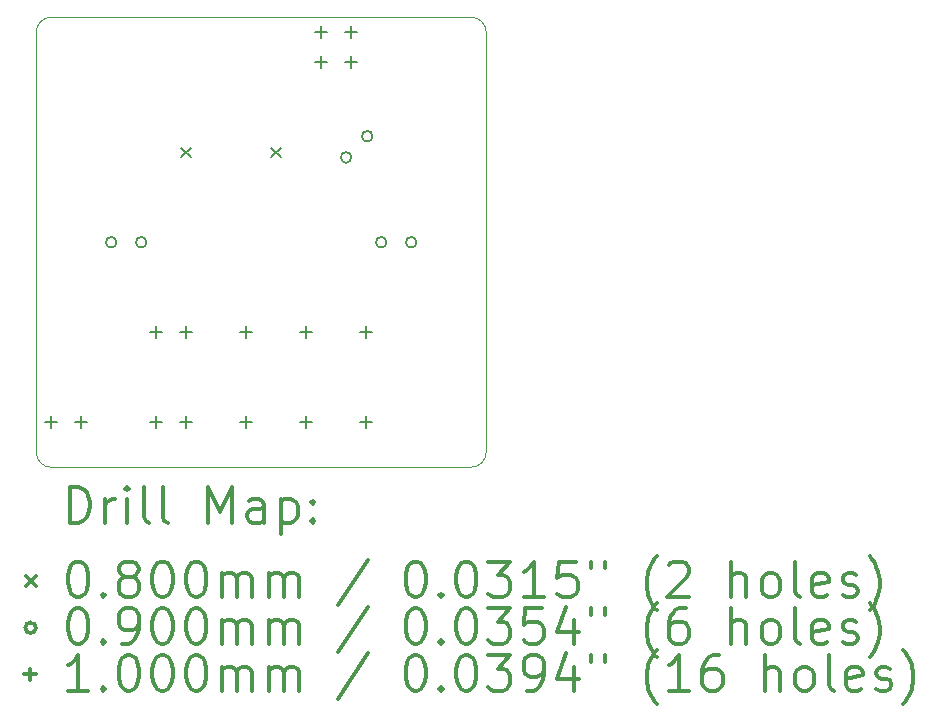
<source format=gbr>
%FSLAX45Y45*%
G04 Gerber Fmt 4.5, Leading zero omitted, Abs format (unit mm)*
G04 Created by KiCad (PCBNEW 5.1.10) date 2021-05-04 21:10:54*
%MOMM*%
%LPD*%
G01*
G04 APERTURE LIST*
%TA.AperFunction,Profile*%
%ADD10C,0.050000*%
%TD*%
%ADD11C,0.200000*%
%ADD12C,0.300000*%
G04 APERTURE END LIST*
D10*
X11557000Y-8890000D02*
G75*
G02*
X11684000Y-8763000I127000J0D01*
G01*
X11684000Y-12573000D02*
G75*
G02*
X11557000Y-12446000I0J127000D01*
G01*
X15367000Y-12446000D02*
G75*
G02*
X15240000Y-12573000I-127000J0D01*
G01*
X15240000Y-8763000D02*
G75*
G02*
X15367000Y-8890000I0J-127000D01*
G01*
X15367000Y-12446000D02*
X15367000Y-12446000D01*
X11557000Y-12446000D02*
X11557000Y-8890000D01*
X15240000Y-12573000D02*
X11684000Y-12573000D01*
X15367000Y-8890000D02*
X15367000Y-12446000D01*
X11684000Y-8763000D02*
X15240000Y-8763000D01*
D11*
X12787000Y-9866000D02*
X12867000Y-9946000D01*
X12867000Y-9866000D02*
X12787000Y-9946000D01*
X13549000Y-9866000D02*
X13629000Y-9946000D01*
X13629000Y-9866000D02*
X13549000Y-9946000D01*
X12237000Y-10668000D02*
G75*
G03*
X12237000Y-10668000I-45000J0D01*
G01*
X12491000Y-10668000D02*
G75*
G03*
X12491000Y-10668000I-45000J0D01*
G01*
X14225000Y-9950000D02*
G75*
G03*
X14225000Y-9950000I-45000J0D01*
G01*
X14404605Y-9770395D02*
G75*
G03*
X14404605Y-9770395I-45000J0D01*
G01*
X14523000Y-10668000D02*
G75*
G03*
X14523000Y-10668000I-45000J0D01*
G01*
X14777000Y-10668000D02*
G75*
G03*
X14777000Y-10668000I-45000J0D01*
G01*
X11684000Y-12142000D02*
X11684000Y-12242000D01*
X11634000Y-12192000D02*
X11734000Y-12192000D01*
X11938000Y-12142000D02*
X11938000Y-12242000D01*
X11888000Y-12192000D02*
X11988000Y-12192000D01*
X12573000Y-11380000D02*
X12573000Y-11480000D01*
X12523000Y-11430000D02*
X12623000Y-11430000D01*
X12573000Y-12142000D02*
X12573000Y-12242000D01*
X12523000Y-12192000D02*
X12623000Y-12192000D01*
X12827000Y-11380000D02*
X12827000Y-11480000D01*
X12777000Y-11430000D02*
X12877000Y-11430000D01*
X12827000Y-12142000D02*
X12827000Y-12242000D01*
X12777000Y-12192000D02*
X12877000Y-12192000D01*
X13335000Y-11380000D02*
X13335000Y-11480000D01*
X13285000Y-11430000D02*
X13385000Y-11430000D01*
X13335000Y-12142000D02*
X13335000Y-12242000D01*
X13285000Y-12192000D02*
X13385000Y-12192000D01*
X13843000Y-11380000D02*
X13843000Y-11480000D01*
X13793000Y-11430000D02*
X13893000Y-11430000D01*
X13843000Y-12142000D02*
X13843000Y-12242000D01*
X13793000Y-12192000D02*
X13893000Y-12192000D01*
X13970000Y-8840000D02*
X13970000Y-8940000D01*
X13920000Y-8890000D02*
X14020000Y-8890000D01*
X13970000Y-9094000D02*
X13970000Y-9194000D01*
X13920000Y-9144000D02*
X14020000Y-9144000D01*
X14224000Y-8840000D02*
X14224000Y-8940000D01*
X14174000Y-8890000D02*
X14274000Y-8890000D01*
X14224000Y-9094000D02*
X14224000Y-9194000D01*
X14174000Y-9144000D02*
X14274000Y-9144000D01*
X14351000Y-11380000D02*
X14351000Y-11480000D01*
X14301000Y-11430000D02*
X14401000Y-11430000D01*
X14351000Y-12142000D02*
X14351000Y-12242000D01*
X14301000Y-12192000D02*
X14401000Y-12192000D01*
D12*
X11840928Y-13041214D02*
X11840928Y-12741214D01*
X11912357Y-12741214D01*
X11955214Y-12755500D01*
X11983786Y-12784071D01*
X11998071Y-12812643D01*
X12012357Y-12869786D01*
X12012357Y-12912643D01*
X11998071Y-12969786D01*
X11983786Y-12998357D01*
X11955214Y-13026929D01*
X11912357Y-13041214D01*
X11840928Y-13041214D01*
X12140928Y-13041214D02*
X12140928Y-12841214D01*
X12140928Y-12898357D02*
X12155214Y-12869786D01*
X12169500Y-12855500D01*
X12198071Y-12841214D01*
X12226643Y-12841214D01*
X12326643Y-13041214D02*
X12326643Y-12841214D01*
X12326643Y-12741214D02*
X12312357Y-12755500D01*
X12326643Y-12769786D01*
X12340928Y-12755500D01*
X12326643Y-12741214D01*
X12326643Y-12769786D01*
X12512357Y-13041214D02*
X12483786Y-13026929D01*
X12469500Y-12998357D01*
X12469500Y-12741214D01*
X12669500Y-13041214D02*
X12640928Y-13026929D01*
X12626643Y-12998357D01*
X12626643Y-12741214D01*
X13012357Y-13041214D02*
X13012357Y-12741214D01*
X13112357Y-12955500D01*
X13212357Y-12741214D01*
X13212357Y-13041214D01*
X13483786Y-13041214D02*
X13483786Y-12884071D01*
X13469500Y-12855500D01*
X13440928Y-12841214D01*
X13383786Y-12841214D01*
X13355214Y-12855500D01*
X13483786Y-13026929D02*
X13455214Y-13041214D01*
X13383786Y-13041214D01*
X13355214Y-13026929D01*
X13340928Y-12998357D01*
X13340928Y-12969786D01*
X13355214Y-12941214D01*
X13383786Y-12926929D01*
X13455214Y-12926929D01*
X13483786Y-12912643D01*
X13626643Y-12841214D02*
X13626643Y-13141214D01*
X13626643Y-12855500D02*
X13655214Y-12841214D01*
X13712357Y-12841214D01*
X13740928Y-12855500D01*
X13755214Y-12869786D01*
X13769500Y-12898357D01*
X13769500Y-12984071D01*
X13755214Y-13012643D01*
X13740928Y-13026929D01*
X13712357Y-13041214D01*
X13655214Y-13041214D01*
X13626643Y-13026929D01*
X13898071Y-13012643D02*
X13912357Y-13026929D01*
X13898071Y-13041214D01*
X13883786Y-13026929D01*
X13898071Y-13012643D01*
X13898071Y-13041214D01*
X13898071Y-12855500D02*
X13912357Y-12869786D01*
X13898071Y-12884071D01*
X13883786Y-12869786D01*
X13898071Y-12855500D01*
X13898071Y-12884071D01*
X11474500Y-13495500D02*
X11554500Y-13575500D01*
X11554500Y-13495500D02*
X11474500Y-13575500D01*
X11898071Y-13371214D02*
X11926643Y-13371214D01*
X11955214Y-13385500D01*
X11969500Y-13399786D01*
X11983786Y-13428357D01*
X11998071Y-13485500D01*
X11998071Y-13556929D01*
X11983786Y-13614071D01*
X11969500Y-13642643D01*
X11955214Y-13656929D01*
X11926643Y-13671214D01*
X11898071Y-13671214D01*
X11869500Y-13656929D01*
X11855214Y-13642643D01*
X11840928Y-13614071D01*
X11826643Y-13556929D01*
X11826643Y-13485500D01*
X11840928Y-13428357D01*
X11855214Y-13399786D01*
X11869500Y-13385500D01*
X11898071Y-13371214D01*
X12126643Y-13642643D02*
X12140928Y-13656929D01*
X12126643Y-13671214D01*
X12112357Y-13656929D01*
X12126643Y-13642643D01*
X12126643Y-13671214D01*
X12312357Y-13499786D02*
X12283786Y-13485500D01*
X12269500Y-13471214D01*
X12255214Y-13442643D01*
X12255214Y-13428357D01*
X12269500Y-13399786D01*
X12283786Y-13385500D01*
X12312357Y-13371214D01*
X12369500Y-13371214D01*
X12398071Y-13385500D01*
X12412357Y-13399786D01*
X12426643Y-13428357D01*
X12426643Y-13442643D01*
X12412357Y-13471214D01*
X12398071Y-13485500D01*
X12369500Y-13499786D01*
X12312357Y-13499786D01*
X12283786Y-13514071D01*
X12269500Y-13528357D01*
X12255214Y-13556929D01*
X12255214Y-13614071D01*
X12269500Y-13642643D01*
X12283786Y-13656929D01*
X12312357Y-13671214D01*
X12369500Y-13671214D01*
X12398071Y-13656929D01*
X12412357Y-13642643D01*
X12426643Y-13614071D01*
X12426643Y-13556929D01*
X12412357Y-13528357D01*
X12398071Y-13514071D01*
X12369500Y-13499786D01*
X12612357Y-13371214D02*
X12640928Y-13371214D01*
X12669500Y-13385500D01*
X12683786Y-13399786D01*
X12698071Y-13428357D01*
X12712357Y-13485500D01*
X12712357Y-13556929D01*
X12698071Y-13614071D01*
X12683786Y-13642643D01*
X12669500Y-13656929D01*
X12640928Y-13671214D01*
X12612357Y-13671214D01*
X12583786Y-13656929D01*
X12569500Y-13642643D01*
X12555214Y-13614071D01*
X12540928Y-13556929D01*
X12540928Y-13485500D01*
X12555214Y-13428357D01*
X12569500Y-13399786D01*
X12583786Y-13385500D01*
X12612357Y-13371214D01*
X12898071Y-13371214D02*
X12926643Y-13371214D01*
X12955214Y-13385500D01*
X12969500Y-13399786D01*
X12983786Y-13428357D01*
X12998071Y-13485500D01*
X12998071Y-13556929D01*
X12983786Y-13614071D01*
X12969500Y-13642643D01*
X12955214Y-13656929D01*
X12926643Y-13671214D01*
X12898071Y-13671214D01*
X12869500Y-13656929D01*
X12855214Y-13642643D01*
X12840928Y-13614071D01*
X12826643Y-13556929D01*
X12826643Y-13485500D01*
X12840928Y-13428357D01*
X12855214Y-13399786D01*
X12869500Y-13385500D01*
X12898071Y-13371214D01*
X13126643Y-13671214D02*
X13126643Y-13471214D01*
X13126643Y-13499786D02*
X13140928Y-13485500D01*
X13169500Y-13471214D01*
X13212357Y-13471214D01*
X13240928Y-13485500D01*
X13255214Y-13514071D01*
X13255214Y-13671214D01*
X13255214Y-13514071D02*
X13269500Y-13485500D01*
X13298071Y-13471214D01*
X13340928Y-13471214D01*
X13369500Y-13485500D01*
X13383786Y-13514071D01*
X13383786Y-13671214D01*
X13526643Y-13671214D02*
X13526643Y-13471214D01*
X13526643Y-13499786D02*
X13540928Y-13485500D01*
X13569500Y-13471214D01*
X13612357Y-13471214D01*
X13640928Y-13485500D01*
X13655214Y-13514071D01*
X13655214Y-13671214D01*
X13655214Y-13514071D02*
X13669500Y-13485500D01*
X13698071Y-13471214D01*
X13740928Y-13471214D01*
X13769500Y-13485500D01*
X13783786Y-13514071D01*
X13783786Y-13671214D01*
X14369500Y-13356929D02*
X14112357Y-13742643D01*
X14755214Y-13371214D02*
X14783786Y-13371214D01*
X14812357Y-13385500D01*
X14826643Y-13399786D01*
X14840928Y-13428357D01*
X14855214Y-13485500D01*
X14855214Y-13556929D01*
X14840928Y-13614071D01*
X14826643Y-13642643D01*
X14812357Y-13656929D01*
X14783786Y-13671214D01*
X14755214Y-13671214D01*
X14726643Y-13656929D01*
X14712357Y-13642643D01*
X14698071Y-13614071D01*
X14683786Y-13556929D01*
X14683786Y-13485500D01*
X14698071Y-13428357D01*
X14712357Y-13399786D01*
X14726643Y-13385500D01*
X14755214Y-13371214D01*
X14983786Y-13642643D02*
X14998071Y-13656929D01*
X14983786Y-13671214D01*
X14969500Y-13656929D01*
X14983786Y-13642643D01*
X14983786Y-13671214D01*
X15183786Y-13371214D02*
X15212357Y-13371214D01*
X15240928Y-13385500D01*
X15255214Y-13399786D01*
X15269500Y-13428357D01*
X15283786Y-13485500D01*
X15283786Y-13556929D01*
X15269500Y-13614071D01*
X15255214Y-13642643D01*
X15240928Y-13656929D01*
X15212357Y-13671214D01*
X15183786Y-13671214D01*
X15155214Y-13656929D01*
X15140928Y-13642643D01*
X15126643Y-13614071D01*
X15112357Y-13556929D01*
X15112357Y-13485500D01*
X15126643Y-13428357D01*
X15140928Y-13399786D01*
X15155214Y-13385500D01*
X15183786Y-13371214D01*
X15383786Y-13371214D02*
X15569500Y-13371214D01*
X15469500Y-13485500D01*
X15512357Y-13485500D01*
X15540928Y-13499786D01*
X15555214Y-13514071D01*
X15569500Y-13542643D01*
X15569500Y-13614071D01*
X15555214Y-13642643D01*
X15540928Y-13656929D01*
X15512357Y-13671214D01*
X15426643Y-13671214D01*
X15398071Y-13656929D01*
X15383786Y-13642643D01*
X15855214Y-13671214D02*
X15683786Y-13671214D01*
X15769500Y-13671214D02*
X15769500Y-13371214D01*
X15740928Y-13414071D01*
X15712357Y-13442643D01*
X15683786Y-13456929D01*
X16126643Y-13371214D02*
X15983786Y-13371214D01*
X15969500Y-13514071D01*
X15983786Y-13499786D01*
X16012357Y-13485500D01*
X16083786Y-13485500D01*
X16112357Y-13499786D01*
X16126643Y-13514071D01*
X16140928Y-13542643D01*
X16140928Y-13614071D01*
X16126643Y-13642643D01*
X16112357Y-13656929D01*
X16083786Y-13671214D01*
X16012357Y-13671214D01*
X15983786Y-13656929D01*
X15969500Y-13642643D01*
X16255214Y-13371214D02*
X16255214Y-13428357D01*
X16369500Y-13371214D02*
X16369500Y-13428357D01*
X16812357Y-13785500D02*
X16798071Y-13771214D01*
X16769500Y-13728357D01*
X16755214Y-13699786D01*
X16740928Y-13656929D01*
X16726643Y-13585500D01*
X16726643Y-13528357D01*
X16740928Y-13456929D01*
X16755214Y-13414071D01*
X16769500Y-13385500D01*
X16798071Y-13342643D01*
X16812357Y-13328357D01*
X16912357Y-13399786D02*
X16926643Y-13385500D01*
X16955214Y-13371214D01*
X17026643Y-13371214D01*
X17055214Y-13385500D01*
X17069500Y-13399786D01*
X17083786Y-13428357D01*
X17083786Y-13456929D01*
X17069500Y-13499786D01*
X16898071Y-13671214D01*
X17083786Y-13671214D01*
X17440928Y-13671214D02*
X17440928Y-13371214D01*
X17569500Y-13671214D02*
X17569500Y-13514071D01*
X17555214Y-13485500D01*
X17526643Y-13471214D01*
X17483786Y-13471214D01*
X17455214Y-13485500D01*
X17440928Y-13499786D01*
X17755214Y-13671214D02*
X17726643Y-13656929D01*
X17712357Y-13642643D01*
X17698071Y-13614071D01*
X17698071Y-13528357D01*
X17712357Y-13499786D01*
X17726643Y-13485500D01*
X17755214Y-13471214D01*
X17798071Y-13471214D01*
X17826643Y-13485500D01*
X17840928Y-13499786D01*
X17855214Y-13528357D01*
X17855214Y-13614071D01*
X17840928Y-13642643D01*
X17826643Y-13656929D01*
X17798071Y-13671214D01*
X17755214Y-13671214D01*
X18026643Y-13671214D02*
X17998071Y-13656929D01*
X17983786Y-13628357D01*
X17983786Y-13371214D01*
X18255214Y-13656929D02*
X18226643Y-13671214D01*
X18169500Y-13671214D01*
X18140928Y-13656929D01*
X18126643Y-13628357D01*
X18126643Y-13514071D01*
X18140928Y-13485500D01*
X18169500Y-13471214D01*
X18226643Y-13471214D01*
X18255214Y-13485500D01*
X18269500Y-13514071D01*
X18269500Y-13542643D01*
X18126643Y-13571214D01*
X18383786Y-13656929D02*
X18412357Y-13671214D01*
X18469500Y-13671214D01*
X18498071Y-13656929D01*
X18512357Y-13628357D01*
X18512357Y-13614071D01*
X18498071Y-13585500D01*
X18469500Y-13571214D01*
X18426643Y-13571214D01*
X18398071Y-13556929D01*
X18383786Y-13528357D01*
X18383786Y-13514071D01*
X18398071Y-13485500D01*
X18426643Y-13471214D01*
X18469500Y-13471214D01*
X18498071Y-13485500D01*
X18612357Y-13785500D02*
X18626643Y-13771214D01*
X18655214Y-13728357D01*
X18669500Y-13699786D01*
X18683786Y-13656929D01*
X18698071Y-13585500D01*
X18698071Y-13528357D01*
X18683786Y-13456929D01*
X18669500Y-13414071D01*
X18655214Y-13385500D01*
X18626643Y-13342643D01*
X18612357Y-13328357D01*
X11554500Y-13931500D02*
G75*
G03*
X11554500Y-13931500I-45000J0D01*
G01*
X11898071Y-13767214D02*
X11926643Y-13767214D01*
X11955214Y-13781500D01*
X11969500Y-13795786D01*
X11983786Y-13824357D01*
X11998071Y-13881500D01*
X11998071Y-13952929D01*
X11983786Y-14010071D01*
X11969500Y-14038643D01*
X11955214Y-14052929D01*
X11926643Y-14067214D01*
X11898071Y-14067214D01*
X11869500Y-14052929D01*
X11855214Y-14038643D01*
X11840928Y-14010071D01*
X11826643Y-13952929D01*
X11826643Y-13881500D01*
X11840928Y-13824357D01*
X11855214Y-13795786D01*
X11869500Y-13781500D01*
X11898071Y-13767214D01*
X12126643Y-14038643D02*
X12140928Y-14052929D01*
X12126643Y-14067214D01*
X12112357Y-14052929D01*
X12126643Y-14038643D01*
X12126643Y-14067214D01*
X12283786Y-14067214D02*
X12340928Y-14067214D01*
X12369500Y-14052929D01*
X12383786Y-14038643D01*
X12412357Y-13995786D01*
X12426643Y-13938643D01*
X12426643Y-13824357D01*
X12412357Y-13795786D01*
X12398071Y-13781500D01*
X12369500Y-13767214D01*
X12312357Y-13767214D01*
X12283786Y-13781500D01*
X12269500Y-13795786D01*
X12255214Y-13824357D01*
X12255214Y-13895786D01*
X12269500Y-13924357D01*
X12283786Y-13938643D01*
X12312357Y-13952929D01*
X12369500Y-13952929D01*
X12398071Y-13938643D01*
X12412357Y-13924357D01*
X12426643Y-13895786D01*
X12612357Y-13767214D02*
X12640928Y-13767214D01*
X12669500Y-13781500D01*
X12683786Y-13795786D01*
X12698071Y-13824357D01*
X12712357Y-13881500D01*
X12712357Y-13952929D01*
X12698071Y-14010071D01*
X12683786Y-14038643D01*
X12669500Y-14052929D01*
X12640928Y-14067214D01*
X12612357Y-14067214D01*
X12583786Y-14052929D01*
X12569500Y-14038643D01*
X12555214Y-14010071D01*
X12540928Y-13952929D01*
X12540928Y-13881500D01*
X12555214Y-13824357D01*
X12569500Y-13795786D01*
X12583786Y-13781500D01*
X12612357Y-13767214D01*
X12898071Y-13767214D02*
X12926643Y-13767214D01*
X12955214Y-13781500D01*
X12969500Y-13795786D01*
X12983786Y-13824357D01*
X12998071Y-13881500D01*
X12998071Y-13952929D01*
X12983786Y-14010071D01*
X12969500Y-14038643D01*
X12955214Y-14052929D01*
X12926643Y-14067214D01*
X12898071Y-14067214D01*
X12869500Y-14052929D01*
X12855214Y-14038643D01*
X12840928Y-14010071D01*
X12826643Y-13952929D01*
X12826643Y-13881500D01*
X12840928Y-13824357D01*
X12855214Y-13795786D01*
X12869500Y-13781500D01*
X12898071Y-13767214D01*
X13126643Y-14067214D02*
X13126643Y-13867214D01*
X13126643Y-13895786D02*
X13140928Y-13881500D01*
X13169500Y-13867214D01*
X13212357Y-13867214D01*
X13240928Y-13881500D01*
X13255214Y-13910071D01*
X13255214Y-14067214D01*
X13255214Y-13910071D02*
X13269500Y-13881500D01*
X13298071Y-13867214D01*
X13340928Y-13867214D01*
X13369500Y-13881500D01*
X13383786Y-13910071D01*
X13383786Y-14067214D01*
X13526643Y-14067214D02*
X13526643Y-13867214D01*
X13526643Y-13895786D02*
X13540928Y-13881500D01*
X13569500Y-13867214D01*
X13612357Y-13867214D01*
X13640928Y-13881500D01*
X13655214Y-13910071D01*
X13655214Y-14067214D01*
X13655214Y-13910071D02*
X13669500Y-13881500D01*
X13698071Y-13867214D01*
X13740928Y-13867214D01*
X13769500Y-13881500D01*
X13783786Y-13910071D01*
X13783786Y-14067214D01*
X14369500Y-13752929D02*
X14112357Y-14138643D01*
X14755214Y-13767214D02*
X14783786Y-13767214D01*
X14812357Y-13781500D01*
X14826643Y-13795786D01*
X14840928Y-13824357D01*
X14855214Y-13881500D01*
X14855214Y-13952929D01*
X14840928Y-14010071D01*
X14826643Y-14038643D01*
X14812357Y-14052929D01*
X14783786Y-14067214D01*
X14755214Y-14067214D01*
X14726643Y-14052929D01*
X14712357Y-14038643D01*
X14698071Y-14010071D01*
X14683786Y-13952929D01*
X14683786Y-13881500D01*
X14698071Y-13824357D01*
X14712357Y-13795786D01*
X14726643Y-13781500D01*
X14755214Y-13767214D01*
X14983786Y-14038643D02*
X14998071Y-14052929D01*
X14983786Y-14067214D01*
X14969500Y-14052929D01*
X14983786Y-14038643D01*
X14983786Y-14067214D01*
X15183786Y-13767214D02*
X15212357Y-13767214D01*
X15240928Y-13781500D01*
X15255214Y-13795786D01*
X15269500Y-13824357D01*
X15283786Y-13881500D01*
X15283786Y-13952929D01*
X15269500Y-14010071D01*
X15255214Y-14038643D01*
X15240928Y-14052929D01*
X15212357Y-14067214D01*
X15183786Y-14067214D01*
X15155214Y-14052929D01*
X15140928Y-14038643D01*
X15126643Y-14010071D01*
X15112357Y-13952929D01*
X15112357Y-13881500D01*
X15126643Y-13824357D01*
X15140928Y-13795786D01*
X15155214Y-13781500D01*
X15183786Y-13767214D01*
X15383786Y-13767214D02*
X15569500Y-13767214D01*
X15469500Y-13881500D01*
X15512357Y-13881500D01*
X15540928Y-13895786D01*
X15555214Y-13910071D01*
X15569500Y-13938643D01*
X15569500Y-14010071D01*
X15555214Y-14038643D01*
X15540928Y-14052929D01*
X15512357Y-14067214D01*
X15426643Y-14067214D01*
X15398071Y-14052929D01*
X15383786Y-14038643D01*
X15840928Y-13767214D02*
X15698071Y-13767214D01*
X15683786Y-13910071D01*
X15698071Y-13895786D01*
X15726643Y-13881500D01*
X15798071Y-13881500D01*
X15826643Y-13895786D01*
X15840928Y-13910071D01*
X15855214Y-13938643D01*
X15855214Y-14010071D01*
X15840928Y-14038643D01*
X15826643Y-14052929D01*
X15798071Y-14067214D01*
X15726643Y-14067214D01*
X15698071Y-14052929D01*
X15683786Y-14038643D01*
X16112357Y-13867214D02*
X16112357Y-14067214D01*
X16040928Y-13752929D02*
X15969500Y-13967214D01*
X16155214Y-13967214D01*
X16255214Y-13767214D02*
X16255214Y-13824357D01*
X16369500Y-13767214D02*
X16369500Y-13824357D01*
X16812357Y-14181500D02*
X16798071Y-14167214D01*
X16769500Y-14124357D01*
X16755214Y-14095786D01*
X16740928Y-14052929D01*
X16726643Y-13981500D01*
X16726643Y-13924357D01*
X16740928Y-13852929D01*
X16755214Y-13810071D01*
X16769500Y-13781500D01*
X16798071Y-13738643D01*
X16812357Y-13724357D01*
X17055214Y-13767214D02*
X16998071Y-13767214D01*
X16969500Y-13781500D01*
X16955214Y-13795786D01*
X16926643Y-13838643D01*
X16912357Y-13895786D01*
X16912357Y-14010071D01*
X16926643Y-14038643D01*
X16940928Y-14052929D01*
X16969500Y-14067214D01*
X17026643Y-14067214D01*
X17055214Y-14052929D01*
X17069500Y-14038643D01*
X17083786Y-14010071D01*
X17083786Y-13938643D01*
X17069500Y-13910071D01*
X17055214Y-13895786D01*
X17026643Y-13881500D01*
X16969500Y-13881500D01*
X16940928Y-13895786D01*
X16926643Y-13910071D01*
X16912357Y-13938643D01*
X17440928Y-14067214D02*
X17440928Y-13767214D01*
X17569500Y-14067214D02*
X17569500Y-13910071D01*
X17555214Y-13881500D01*
X17526643Y-13867214D01*
X17483786Y-13867214D01*
X17455214Y-13881500D01*
X17440928Y-13895786D01*
X17755214Y-14067214D02*
X17726643Y-14052929D01*
X17712357Y-14038643D01*
X17698071Y-14010071D01*
X17698071Y-13924357D01*
X17712357Y-13895786D01*
X17726643Y-13881500D01*
X17755214Y-13867214D01*
X17798071Y-13867214D01*
X17826643Y-13881500D01*
X17840928Y-13895786D01*
X17855214Y-13924357D01*
X17855214Y-14010071D01*
X17840928Y-14038643D01*
X17826643Y-14052929D01*
X17798071Y-14067214D01*
X17755214Y-14067214D01*
X18026643Y-14067214D02*
X17998071Y-14052929D01*
X17983786Y-14024357D01*
X17983786Y-13767214D01*
X18255214Y-14052929D02*
X18226643Y-14067214D01*
X18169500Y-14067214D01*
X18140928Y-14052929D01*
X18126643Y-14024357D01*
X18126643Y-13910071D01*
X18140928Y-13881500D01*
X18169500Y-13867214D01*
X18226643Y-13867214D01*
X18255214Y-13881500D01*
X18269500Y-13910071D01*
X18269500Y-13938643D01*
X18126643Y-13967214D01*
X18383786Y-14052929D02*
X18412357Y-14067214D01*
X18469500Y-14067214D01*
X18498071Y-14052929D01*
X18512357Y-14024357D01*
X18512357Y-14010071D01*
X18498071Y-13981500D01*
X18469500Y-13967214D01*
X18426643Y-13967214D01*
X18398071Y-13952929D01*
X18383786Y-13924357D01*
X18383786Y-13910071D01*
X18398071Y-13881500D01*
X18426643Y-13867214D01*
X18469500Y-13867214D01*
X18498071Y-13881500D01*
X18612357Y-14181500D02*
X18626643Y-14167214D01*
X18655214Y-14124357D01*
X18669500Y-14095786D01*
X18683786Y-14052929D01*
X18698071Y-13981500D01*
X18698071Y-13924357D01*
X18683786Y-13852929D01*
X18669500Y-13810071D01*
X18655214Y-13781500D01*
X18626643Y-13738643D01*
X18612357Y-13724357D01*
X11504500Y-14277500D02*
X11504500Y-14377500D01*
X11454500Y-14327500D02*
X11554500Y-14327500D01*
X11998071Y-14463214D02*
X11826643Y-14463214D01*
X11912357Y-14463214D02*
X11912357Y-14163214D01*
X11883786Y-14206071D01*
X11855214Y-14234643D01*
X11826643Y-14248929D01*
X12126643Y-14434643D02*
X12140928Y-14448929D01*
X12126643Y-14463214D01*
X12112357Y-14448929D01*
X12126643Y-14434643D01*
X12126643Y-14463214D01*
X12326643Y-14163214D02*
X12355214Y-14163214D01*
X12383786Y-14177500D01*
X12398071Y-14191786D01*
X12412357Y-14220357D01*
X12426643Y-14277500D01*
X12426643Y-14348929D01*
X12412357Y-14406071D01*
X12398071Y-14434643D01*
X12383786Y-14448929D01*
X12355214Y-14463214D01*
X12326643Y-14463214D01*
X12298071Y-14448929D01*
X12283786Y-14434643D01*
X12269500Y-14406071D01*
X12255214Y-14348929D01*
X12255214Y-14277500D01*
X12269500Y-14220357D01*
X12283786Y-14191786D01*
X12298071Y-14177500D01*
X12326643Y-14163214D01*
X12612357Y-14163214D02*
X12640928Y-14163214D01*
X12669500Y-14177500D01*
X12683786Y-14191786D01*
X12698071Y-14220357D01*
X12712357Y-14277500D01*
X12712357Y-14348929D01*
X12698071Y-14406071D01*
X12683786Y-14434643D01*
X12669500Y-14448929D01*
X12640928Y-14463214D01*
X12612357Y-14463214D01*
X12583786Y-14448929D01*
X12569500Y-14434643D01*
X12555214Y-14406071D01*
X12540928Y-14348929D01*
X12540928Y-14277500D01*
X12555214Y-14220357D01*
X12569500Y-14191786D01*
X12583786Y-14177500D01*
X12612357Y-14163214D01*
X12898071Y-14163214D02*
X12926643Y-14163214D01*
X12955214Y-14177500D01*
X12969500Y-14191786D01*
X12983786Y-14220357D01*
X12998071Y-14277500D01*
X12998071Y-14348929D01*
X12983786Y-14406071D01*
X12969500Y-14434643D01*
X12955214Y-14448929D01*
X12926643Y-14463214D01*
X12898071Y-14463214D01*
X12869500Y-14448929D01*
X12855214Y-14434643D01*
X12840928Y-14406071D01*
X12826643Y-14348929D01*
X12826643Y-14277500D01*
X12840928Y-14220357D01*
X12855214Y-14191786D01*
X12869500Y-14177500D01*
X12898071Y-14163214D01*
X13126643Y-14463214D02*
X13126643Y-14263214D01*
X13126643Y-14291786D02*
X13140928Y-14277500D01*
X13169500Y-14263214D01*
X13212357Y-14263214D01*
X13240928Y-14277500D01*
X13255214Y-14306071D01*
X13255214Y-14463214D01*
X13255214Y-14306071D02*
X13269500Y-14277500D01*
X13298071Y-14263214D01*
X13340928Y-14263214D01*
X13369500Y-14277500D01*
X13383786Y-14306071D01*
X13383786Y-14463214D01*
X13526643Y-14463214D02*
X13526643Y-14263214D01*
X13526643Y-14291786D02*
X13540928Y-14277500D01*
X13569500Y-14263214D01*
X13612357Y-14263214D01*
X13640928Y-14277500D01*
X13655214Y-14306071D01*
X13655214Y-14463214D01*
X13655214Y-14306071D02*
X13669500Y-14277500D01*
X13698071Y-14263214D01*
X13740928Y-14263214D01*
X13769500Y-14277500D01*
X13783786Y-14306071D01*
X13783786Y-14463214D01*
X14369500Y-14148929D02*
X14112357Y-14534643D01*
X14755214Y-14163214D02*
X14783786Y-14163214D01*
X14812357Y-14177500D01*
X14826643Y-14191786D01*
X14840928Y-14220357D01*
X14855214Y-14277500D01*
X14855214Y-14348929D01*
X14840928Y-14406071D01*
X14826643Y-14434643D01*
X14812357Y-14448929D01*
X14783786Y-14463214D01*
X14755214Y-14463214D01*
X14726643Y-14448929D01*
X14712357Y-14434643D01*
X14698071Y-14406071D01*
X14683786Y-14348929D01*
X14683786Y-14277500D01*
X14698071Y-14220357D01*
X14712357Y-14191786D01*
X14726643Y-14177500D01*
X14755214Y-14163214D01*
X14983786Y-14434643D02*
X14998071Y-14448929D01*
X14983786Y-14463214D01*
X14969500Y-14448929D01*
X14983786Y-14434643D01*
X14983786Y-14463214D01*
X15183786Y-14163214D02*
X15212357Y-14163214D01*
X15240928Y-14177500D01*
X15255214Y-14191786D01*
X15269500Y-14220357D01*
X15283786Y-14277500D01*
X15283786Y-14348929D01*
X15269500Y-14406071D01*
X15255214Y-14434643D01*
X15240928Y-14448929D01*
X15212357Y-14463214D01*
X15183786Y-14463214D01*
X15155214Y-14448929D01*
X15140928Y-14434643D01*
X15126643Y-14406071D01*
X15112357Y-14348929D01*
X15112357Y-14277500D01*
X15126643Y-14220357D01*
X15140928Y-14191786D01*
X15155214Y-14177500D01*
X15183786Y-14163214D01*
X15383786Y-14163214D02*
X15569500Y-14163214D01*
X15469500Y-14277500D01*
X15512357Y-14277500D01*
X15540928Y-14291786D01*
X15555214Y-14306071D01*
X15569500Y-14334643D01*
X15569500Y-14406071D01*
X15555214Y-14434643D01*
X15540928Y-14448929D01*
X15512357Y-14463214D01*
X15426643Y-14463214D01*
X15398071Y-14448929D01*
X15383786Y-14434643D01*
X15712357Y-14463214D02*
X15769500Y-14463214D01*
X15798071Y-14448929D01*
X15812357Y-14434643D01*
X15840928Y-14391786D01*
X15855214Y-14334643D01*
X15855214Y-14220357D01*
X15840928Y-14191786D01*
X15826643Y-14177500D01*
X15798071Y-14163214D01*
X15740928Y-14163214D01*
X15712357Y-14177500D01*
X15698071Y-14191786D01*
X15683786Y-14220357D01*
X15683786Y-14291786D01*
X15698071Y-14320357D01*
X15712357Y-14334643D01*
X15740928Y-14348929D01*
X15798071Y-14348929D01*
X15826643Y-14334643D01*
X15840928Y-14320357D01*
X15855214Y-14291786D01*
X16112357Y-14263214D02*
X16112357Y-14463214D01*
X16040928Y-14148929D02*
X15969500Y-14363214D01*
X16155214Y-14363214D01*
X16255214Y-14163214D02*
X16255214Y-14220357D01*
X16369500Y-14163214D02*
X16369500Y-14220357D01*
X16812357Y-14577500D02*
X16798071Y-14563214D01*
X16769500Y-14520357D01*
X16755214Y-14491786D01*
X16740928Y-14448929D01*
X16726643Y-14377500D01*
X16726643Y-14320357D01*
X16740928Y-14248929D01*
X16755214Y-14206071D01*
X16769500Y-14177500D01*
X16798071Y-14134643D01*
X16812357Y-14120357D01*
X17083786Y-14463214D02*
X16912357Y-14463214D01*
X16998071Y-14463214D02*
X16998071Y-14163214D01*
X16969500Y-14206071D01*
X16940928Y-14234643D01*
X16912357Y-14248929D01*
X17340928Y-14163214D02*
X17283786Y-14163214D01*
X17255214Y-14177500D01*
X17240928Y-14191786D01*
X17212357Y-14234643D01*
X17198071Y-14291786D01*
X17198071Y-14406071D01*
X17212357Y-14434643D01*
X17226643Y-14448929D01*
X17255214Y-14463214D01*
X17312357Y-14463214D01*
X17340928Y-14448929D01*
X17355214Y-14434643D01*
X17369500Y-14406071D01*
X17369500Y-14334643D01*
X17355214Y-14306071D01*
X17340928Y-14291786D01*
X17312357Y-14277500D01*
X17255214Y-14277500D01*
X17226643Y-14291786D01*
X17212357Y-14306071D01*
X17198071Y-14334643D01*
X17726643Y-14463214D02*
X17726643Y-14163214D01*
X17855214Y-14463214D02*
X17855214Y-14306071D01*
X17840928Y-14277500D01*
X17812357Y-14263214D01*
X17769500Y-14263214D01*
X17740928Y-14277500D01*
X17726643Y-14291786D01*
X18040928Y-14463214D02*
X18012357Y-14448929D01*
X17998071Y-14434643D01*
X17983786Y-14406071D01*
X17983786Y-14320357D01*
X17998071Y-14291786D01*
X18012357Y-14277500D01*
X18040928Y-14263214D01*
X18083786Y-14263214D01*
X18112357Y-14277500D01*
X18126643Y-14291786D01*
X18140928Y-14320357D01*
X18140928Y-14406071D01*
X18126643Y-14434643D01*
X18112357Y-14448929D01*
X18083786Y-14463214D01*
X18040928Y-14463214D01*
X18312357Y-14463214D02*
X18283786Y-14448929D01*
X18269500Y-14420357D01*
X18269500Y-14163214D01*
X18540928Y-14448929D02*
X18512357Y-14463214D01*
X18455214Y-14463214D01*
X18426643Y-14448929D01*
X18412357Y-14420357D01*
X18412357Y-14306071D01*
X18426643Y-14277500D01*
X18455214Y-14263214D01*
X18512357Y-14263214D01*
X18540928Y-14277500D01*
X18555214Y-14306071D01*
X18555214Y-14334643D01*
X18412357Y-14363214D01*
X18669500Y-14448929D02*
X18698071Y-14463214D01*
X18755214Y-14463214D01*
X18783786Y-14448929D01*
X18798071Y-14420357D01*
X18798071Y-14406071D01*
X18783786Y-14377500D01*
X18755214Y-14363214D01*
X18712357Y-14363214D01*
X18683786Y-14348929D01*
X18669500Y-14320357D01*
X18669500Y-14306071D01*
X18683786Y-14277500D01*
X18712357Y-14263214D01*
X18755214Y-14263214D01*
X18783786Y-14277500D01*
X18898071Y-14577500D02*
X18912357Y-14563214D01*
X18940928Y-14520357D01*
X18955214Y-14491786D01*
X18969500Y-14448929D01*
X18983786Y-14377500D01*
X18983786Y-14320357D01*
X18969500Y-14248929D01*
X18955214Y-14206071D01*
X18940928Y-14177500D01*
X18912357Y-14134643D01*
X18898071Y-14120357D01*
M02*

</source>
